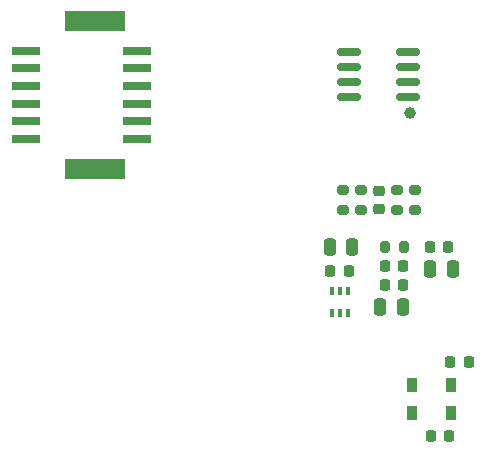
<source format=gtp>
G04 #@! TF.GenerationSoftware,KiCad,Pcbnew,(6.0.0)*
G04 #@! TF.CreationDate,2022-04-07T21:59:22+08:00*
G04 #@! TF.ProjectId,SX7H02050048,53583748-3032-4303-9530-3034382e6b69,rev?*
G04 #@! TF.SameCoordinates,PX59a5380PY6d321a0*
G04 #@! TF.FileFunction,Paste,Top*
G04 #@! TF.FilePolarity,Positive*
%FSLAX46Y46*%
G04 Gerber Fmt 4.6, Leading zero omitted, Abs format (unit mm)*
G04 Created by KiCad (PCBNEW (6.0.0)) date 2022-04-07 21:59:22*
%MOMM*%
%LPD*%
G01*
G04 APERTURE LIST*
G04 Aperture macros list*
%AMRoundRect*
0 Rectangle with rounded corners*
0 $1 Rounding radius*
0 $2 $3 $4 $5 $6 $7 $8 $9 X,Y pos of 4 corners*
0 Add a 4 corners polygon primitive as box body*
4,1,4,$2,$3,$4,$5,$6,$7,$8,$9,$2,$3,0*
0 Add four circle primitives for the rounded corners*
1,1,$1+$1,$2,$3*
1,1,$1+$1,$4,$5*
1,1,$1+$1,$6,$7*
1,1,$1+$1,$8,$9*
0 Add four rect primitives between the rounded corners*
20,1,$1+$1,$2,$3,$4,$5,0*
20,1,$1+$1,$4,$5,$6,$7,0*
20,1,$1+$1,$6,$7,$8,$9,0*
20,1,$1+$1,$8,$9,$2,$3,0*%
G04 Aperture macros list end*
%ADD10RoundRect,0.225000X0.225000X0.250000X-0.225000X0.250000X-0.225000X-0.250000X0.225000X-0.250000X0*%
%ADD11RoundRect,0.225000X-0.225000X-0.250000X0.225000X-0.250000X0.225000X0.250000X-0.225000X0.250000X0*%
%ADD12C,1.000000*%
%ADD13RoundRect,0.150000X0.825000X0.150000X-0.825000X0.150000X-0.825000X-0.150000X0.825000X-0.150000X0*%
%ADD14RoundRect,0.200000X-0.275000X0.200000X-0.275000X-0.200000X0.275000X-0.200000X0.275000X0.200000X0*%
%ADD15RoundRect,0.250000X0.250000X0.475000X-0.250000X0.475000X-0.250000X-0.475000X0.250000X-0.475000X0*%
%ADD16RoundRect,0.225000X-0.250000X0.225000X-0.250000X-0.225000X0.250000X-0.225000X0.250000X0.225000X0*%
%ADD17R,0.900000X1.200000*%
%ADD18RoundRect,0.200000X0.275000X-0.200000X0.275000X0.200000X-0.275000X0.200000X-0.275000X-0.200000X0*%
%ADD19RoundRect,0.250000X-0.250000X-0.475000X0.250000X-0.475000X0.250000X0.475000X-0.250000X0.475000X0*%
%ADD20RoundRect,0.200000X0.200000X0.275000X-0.200000X0.275000X-0.200000X-0.275000X0.200000X-0.275000X0*%
%ADD21R,2.450000X0.800000*%
%ADD22R,5.050000X1.800000*%
%ADD23R,0.400000X0.650000*%
G04 APERTURE END LIST*
D10*
G04 #@! TO.C,C121*
X34061000Y16921760D03*
X32511000Y16921760D03*
G04 #@! TD*
D11*
G04 #@! TO.C,C118*
X36323000Y20100760D03*
X37873000Y20100760D03*
G04 #@! TD*
D12*
G04 #@! TO.C,U103*
X34651000Y31442000D03*
D13*
X34459000Y32839000D03*
X34459000Y34109000D03*
X34459000Y35379000D03*
X34459000Y36649000D03*
X29509000Y36649000D03*
X29509000Y35379000D03*
X29509000Y34109000D03*
X29509000Y32839000D03*
G04 #@! TD*
D14*
G04 #@! TO.C,R110*
X30460000Y24901000D03*
X30460000Y23251000D03*
G04 #@! TD*
D11*
G04 #@! TO.C,C136*
X38067000Y10334600D03*
X39617000Y10334600D03*
G04 #@! TD*
G04 #@! TO.C,C113*
X27907000Y18107000D03*
X29457000Y18107000D03*
G04 #@! TD*
D15*
G04 #@! TO.C,C119*
X34016000Y15059000D03*
X32116000Y15059000D03*
G04 #@! TD*
D14*
G04 #@! TO.C,R119*
X28936000Y24901000D03*
X28936000Y23251000D03*
G04 #@! TD*
D16*
G04 #@! TO.C,C122*
X31984000Y24851000D03*
X31984000Y23301000D03*
G04 #@! TD*
D17*
G04 #@! TO.C,D106*
X38079000Y6042000D03*
X34779000Y6042000D03*
G04 #@! TD*
D10*
G04 #@! TO.C,C135*
X37966000Y4137000D03*
X36416000Y4137000D03*
G04 #@! TD*
D18*
G04 #@! TO.C,R116*
X33508000Y23251000D03*
X33508000Y24901000D03*
G04 #@! TD*
D17*
G04 #@! TO.C,D107*
X38079000Y8455000D03*
X34779000Y8455000D03*
G04 #@! TD*
D19*
G04 #@! TO.C,C116*
X27859000Y20139000D03*
X29759000Y20139000D03*
G04 #@! TD*
D20*
G04 #@! TO.C,L103*
X34145000Y20139000D03*
X32495000Y20139000D03*
G04 #@! TD*
D21*
G04 #@! TO.C,J2*
X2138001Y29233500D03*
X11538008Y29233500D03*
X2138001Y30733500D03*
X11538008Y30733500D03*
X2138001Y32233499D03*
X11538008Y32233499D03*
X2138001Y33733501D03*
X11538008Y33733501D03*
X2138001Y35233501D03*
X11538008Y35233501D03*
X2138001Y36733500D03*
X11538008Y36733500D03*
D22*
X7938015Y26703500D03*
X7938015Y39263500D03*
G04 #@! TD*
D23*
G04 #@! TO.C,D2*
X29357400Y16379000D03*
X28707400Y16379000D03*
X28057400Y16379000D03*
X28057400Y14479000D03*
X28707400Y14479000D03*
X29357400Y14479000D03*
G04 #@! TD*
D19*
G04 #@! TO.C,C117*
X36368000Y18234000D03*
X38268000Y18234000D03*
G04 #@! TD*
D18*
G04 #@! TO.C,R109*
X35032000Y23251000D03*
X35032000Y24901000D03*
G04 #@! TD*
D10*
G04 #@! TO.C,C120*
X34061000Y18488000D03*
X32511000Y18488000D03*
G04 #@! TD*
M02*

</source>
